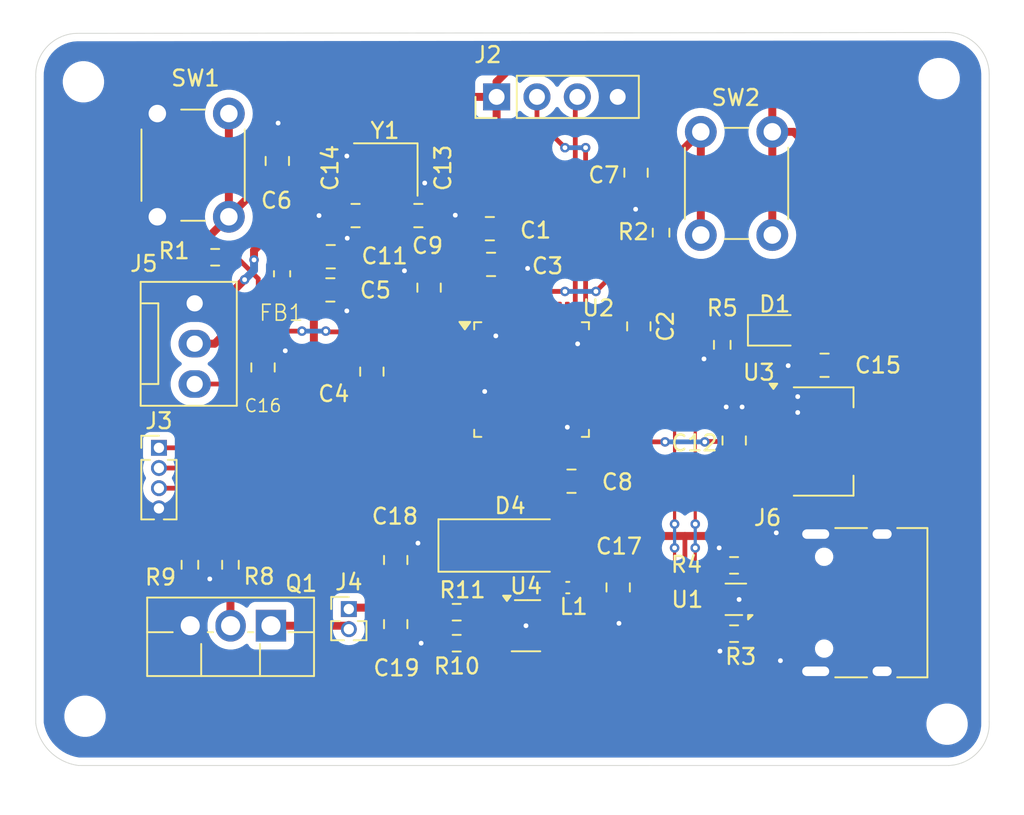
<source format=kicad_pcb>
(kicad_pcb (version 20240108) (generator "pcbnew") (generator_version "8.0")
  (layers (0 "F.Cu" signal) (31 "B.Cu" signal) (34 "B.Paste" user) (35 "F.Paste" user) (36 "B.SilkS" user "B.Silkscreen") (37 "F.SilkS" user "F.Silkscreen") (38 "B.Mask" user) (39 "F.Mask" user) (44 "Edge.Cuts" user))
  (net 0 "")
  (net 1 "GND")
  (net 2 "+3.3V")
  (net 3 "Net-(C6-Pad2)")
  (net 4 "Net-(C7-Pad2)")
  (net 5 "+5V")
  (net 6 "Net-(U2-PD0)")
  (net 7 "Net-(U2-PD1)")
  (net 8 "Net-(J5-Pin_3)")
  (net 9 "Net-(D4-K)")
  (net 10 "Net-(U4-FB)")
  (net 11 "/PWR_LED_K")
  (net 12 "Net-(D4-A)")
  (net 13 "/SWCLK")
  (net 14 "/SWDIO")
  (net 15 "/R")
  (net 16 "/B")
  (net 17 "/G")
  (net 18 "Net-(J4-Pin_2)")
  (net 19 "Net-(J6-D+-PadA6)")
  (net 21 "Net-(J6-D--PadA7)")
  (net 22 "Net-(J6-CC1)")
  (net 24 "Net-(J6-CC2)")
  (net 25 "Net-(Q1-G)")
  (net 26 "Net-(U2-NRST)")
  (net 27 "Net-(U2-BOOT0)")
  (net 28 "PB0")
  (net 29 "/USB_D-")
  (net 30 "/USB_D+")
  (net 58 "+3.3VA")
  (footprint "Capacitor_SMD:C_0805_2012Metric_Pad1.18x1.45mm_HandSolder" (layer "F.Cu") (at 144.21406 70.765)
    (property "Reference" "C11")
    (property "Value" "1u" (hide yes))
  )
  (footprint "Capacitor_SMD:C_0805_2012Metric_Pad1.18x1.45mm_HandSolder" (layer "F.Cu") (at 140.85156 64.7375 -90)
    (property "Reference" "C6")
    (property "Value" "0.1u" (hide yes))
  )
  (footprint "Resistor_SMD:R_0603_1608Metric_Pad0.98x0.95mm_HandSolder" (layer "F.Cu") (at 169.59406 90.2)
    (property "Reference" "R4")
    (property "Value" "15k" (hide yes))
  )
  (footprint "Resistor_SMD:R_0603_1608Metric_Pad0.98x0.95mm_HandSolder" (layer "F.Cu") (at 136.93906 70.8)
    (property "Reference" "R1")
    (property "Value" "10k" (hide yes))
  )
  (footprint "Capacitor_SMD:C_0805_2012Metric_Pad1.18x1.45mm_HandSolder" (layer "F.Cu") (at 145.77656 68.175 180)
    (property "Reference" "C14")
    (property "Value" "10p" (hide yes))
  )
  (footprint "Resistor_SMD:R_0603_1608Metric_Pad0.98x0.95mm_HandSolder" (layer "F.Cu") (at 152.13906 93.15 180)
    (property "Reference" "R11")
    (property "Value" "47k" (hide yes))
  )
  (footprint "Connector_PinHeader_1.27mm:PinHeader_1x04_P1.27mm_Vertical" (layer "F.Cu") (at 133.40156 82.8)
    (property "Reference" "J3")
    (property "Value" "RGB LED")
  )
  (footprint "Capacitor_SMD:C_0805_2012Metric_Pad1.18x1.45mm_HandSolder" (layer "F.Cu") (at 148.30156 89.8625 90)
    (property "Reference" "C18")
    (property "Value" "22u" (hide yes))
  )
  (footprint "Package_TO_SOT_SMD:SOT-23-6_Handsoldering" (layer "F.Cu") (at 156.5 94)
    (property "Reference" "U4")
    (property "Value" "MT3608")
  )
  (footprint "Capacitor_SMD:C_0805_2012Metric_Pad1.18x1.45mm_HandSolder" (layer "F.Cu") (at 154.22656 69)
    (property "Reference" "C1")
    (property "Value" "100n" (hide yes))
  )
  (footprint "MountingHole:MountingHole_2.1mm" (layer "F.Cu") (at 183 100.2)
    (property "Reference" "H4" (hide yes))
    (property "Value" "MountingHole" (hide yes))
  )
  (footprint "Resistor_SMD:R_0603_1608Metric_Pad0.98x0.95mm_HandSolder" (layer "F.Cu") (at 168.85156 76.3125 -90)
    (property "Reference" "R5")
    (property "Value" "1k5" (hide yes))
  )
  (footprint "Capacitor_SMD:C_0805_2012Metric_Pad1.18x1.45mm_HandSolder" (layer "F.Cu") (at 150.40156 72.7125 90)
    (property "Reference" "C9")
    (property "Value" "100n" (hide yes))
  )
  (footprint "Diode_SMD:D_SMA_Handsoldering" (layer "F.Cu") (at 155.50156 88.95)
    (property "Reference" "D4")
    (property "Value" ">30V, >2A" (hide yes))
  )
  (footprint "Capacitor_SMD:C_0805_2012Metric_Pad1.18x1.45mm_HandSolder" (layer "F.Cu") (at 148.30156 93.9 -90)
    (property "Reference" "C19")
    (property "Value" "22u" (hide yes))
  )
  (footprint "Crystal:Crystal_SMD_3225-4Pin_3.2x2.5mm" (layer "F.Cu") (at 147.67656 65.275 180)
    (property "Reference" "Y1")
    (property "Value" "16MHz" (hide yes))
  )
  (footprint "Capacitor_SMD:C_0805_2012Metric_Pad1.18x1.45mm_HandSolder" (layer "F.Cu") (at 175.28906 77.6 180)
    (property "Reference" "C15")
    (property "Value" "22u" (hide yes))
  )
  (footprint "Connector_PinHeader_2.54mm:PinHeader_1x04_P2.54mm_Vertical" (layer "F.Cu") (at 154.65156 60.7 90)
    (property "Reference" "J2")
    (property "Value" "SWL")
  )
  (footprint "Inductor_SMD:L_0603_1608Metric_Pad1.05x0.95mm_HandSolder" (layer "F.Cu") (at 141.15156 71.84 90)
    (property "Reference" "FB1")
    (property "Value" "120R" (hide yes))
  )
  (footprint "LED_SMD:LED_0805_2012Metric" (layer "F.Cu") (at 172.15156 75.4)
    (property "Reference" "D1")
    (property "Value" "LED" (hide yes))
  )
  (footprint "Button_Switch_THT:SW_PUSH_6mm" (layer "F.Cu") (at 167.50156 69.4 90)
    (property "Reference" "SW2")
    (property "Value" "SW_Push" (hide yes))
  )
  (footprint "Package_TO_SOT_THT:TO-220F-3_Vertical" (layer "F.Cu") (at 140.45156 94 180)
    (property "Reference" "Q1")
    (property "Value" "NMOS" (hide yes))
  )
  (footprint "Resistor_SMD:R_0603_1608Metric_Pad0.98x0.95mm_HandSolder" (layer "F.Cu") (at 135.35156 90.1625 90)
    (property "Reference" "R9")
    (property "Value" "10k" (hide yes))
  )
  (footprint "Capacitor_SMD:C_0805_2012Metric_Pad1.18x1.45mm_HandSolder" (layer "F.Cu") (at 139.95156 77.7375 90)
    (property "Reference" "C16")
    (property "Value" "10n" (hide yes))
  )
  (footprint "Capacitor_SMD:C_0805_2012Metric_Pad1.18x1.45mm_HandSolder" (layer "F.Cu") (at 154.30156 71.25)
    (property "Reference" "C3")
    (property "Value" "4.7u" (hide yes))
  )
  (footprint "Capacitor_SMD:C_0805_2012Metric_Pad1.18x1.45mm_HandSolder" (layer "F.Cu") (at 163.60156 75.15 -90)
    (property "Reference" "C2")
    (property "Value" "100n" (hide yes))
  )
  (footprint "Resistor_SMD:R_0603_1608Metric_Pad0.98x0.95mm_HandSolder" (layer "F.Cu") (at 152.13906 95.1)
    (property "Reference" "R10")
    (property "Value" "10k" (hide yes))
  )
  (footprint "Connector:FanPinHeader_1x03_P2.54mm_Vertical" (layer "F.Cu") (at 135.65156 73.7 -90)
    (property "Reference" "J5")
    (property "Value" "Water Level Sensor" (hide yes))
  )
  (footprint "Capacitor_SMD:C_0805_2012Metric_Pad1.18x1.45mm_HandSolder" (layer "F.Cu") (at 144.18906 72.855)
    (property "Reference" "C5")
    (property "Value" "1u" (hide yes))
  )
  (footprint "Connector_USB:USB_C_Receptacle_HRO_TYPE-C-31-M-12" (layer "F.Cu") (at 177.86156 92.55 90)
    (property "Reference" "J6")
    (property "Value" "USB_C_Receptacle_USB2.0_16P" (hide yes))
  )
  (footprint "Capacitor_SMD:C_0805_2012Metric_Pad1.18x1.45mm_HandSolder" (layer "F.Cu") (at 162.30156 91.5875 -90)
    (property "Reference" "C17")
    (property "Value" "22u" (hide yes))
  )
  (footprint "MountingHole:MountingHole_2.1mm" (layer "F.Cu") (at 128.75 99.7)
    (property "Reference" "H3" (hide yes))
    (property "Value" "MountingHole" (hide yes))
  )
  (footprint "Capacitor_SMD:C_0805_2012Metric_Pad1.18x1.45mm_HandSolder" (layer "F.Cu") (at 146.80156 78 90)
    (property "Reference" "C4")
    (property "Value" "10n" (hide yes))
  )
  (footprint "Capacitor_SMD:C_0805_2012Metric_Pad1.18x1.45mm_HandSolder" (layer "F.Cu") (at 159.36406 84.9 180)
    (property "Reference" "C8")
    (property "Value" "100n" (hide yes))
  )
  (footprint "Capacitor_SMD:C_0805_2012Metric_Pad1.18x1.45mm_HandSolder" (layer "F.Cu") (at 163.425 65.475 90)
    (property "Reference" "C7")
    (property "Value" "0.1u" (hide yes))
  )
  (footprint "Resistor_SMD:R_0603_1608Metric_Pad0.98x0.95mm_HandSolder" (layer "F.Cu") (at 165.00156 69.25 -90)
    (property "Reference" "R2")
    (property "Value" "10k" (hide yes))
  )
  (footprint "Button_Switch_THT:SW_PUSH_6mm" (layer "F.Cu") (at 137.80156 61.75 -90)
    (property "Reference" "SW1")
    (property "Value" "SW_Push" (hide yes))
  )
  (footprint "Package_TO_SOT_SMD:SOT-223-3_TabPin2" (layer "F.Cu") (at 175.20156 82.4)
    (property "Reference" "U3")
    (property "Value" "AMS1117-3.3" (hide yes))
  )
  (footprint "MountingHole:MountingHole_2.1mm" (layer "F.Cu") (at 128.65 59.75)
    (property "Reference" "H1" (hide yes))
    (property "Value" "MountingHole" (hide yes))
  )
  (footprint "Inductor_SMD:L_0402_1005Metric_Pad0.77x0.64mm_HandSolder" (layer "F.Cu") (at 159.12906 91.6 180)
    (property "Reference" "L1")
    (property "Value" "10u" (hide yes))
  )
  (footprint "Capacitor_SMD:C_0805_2012Metric_Pad1.18x1.45mm_HandSolder" (layer "F.Cu") (at 149.72656 68.175)
    (property "Reference" "C13")
    (property "Value" "10p" (hide yes))
  )
  (footprint "Connector_PinHeader_1.27mm:PinHeader_1x02_P1.27mm_Vertical" (layer "F.Cu") (at 145.35156 92.95)
    (property "Reference" "J4")
    (property "Value" "Water Atomizer" (hide yes))
  )
  (footprint "Resistor_SMD:R_0603_1608Metric_Pad0.98x0.95mm_HandSolder" (layer "F.Cu") (at 137.90156 90.1625 90)
    (property "Reference" "R8")
    (property "Value" "120" (hide yes))
  )
  (footprint "Resistor_SMD:R_0603_1608Metric_Pad0.98x0.95mm_HandSolder" (layer "F.Cu") (at 169.59406 94.5)
    (property "Reference" "R3")
    (property "Value" "15k" (hide yes))
  )
  (footprint "Package_TO_SOT_SMD:SOT-666" (layer "F.Cu") (at 169.70656 92.3375 180)
    (property "Reference" "U1")
    (property "Value" "USBLC6-2P6" (hide yes))
  )
  (footprint "Package_QFP:LQFP-48_7x7mm_P0.5mm" (layer "F.Cu") (at 156.85156 78.5)
    (property "Reference" "U2")
    (property "Value" "STM32F103C8Tx" (hide yes))
  )
  (footprint "Capacitor_SMD:C_0805_2012Metric_Pad1.18x1.45mm_HandSolder" (layer "F.Cu") (at 169.60156 82.3375 90)
    (property "Reference" "C12")
    (property "Value" "22u" (hide yes))
  )
  (footprint "MountingHole:MountingHole_2.1mm" (layer "F.Cu") (at 182.5 59.55)
    (property "Reference" "H2" (hide yes))
    (property "Value" "MountingHole" (hide yes))
  )
  (gr_arc (start 185.65143 100.049946) (mid 184.945575 101.954115) (end 183.1 102.801431) (stroke (width 0.05)) (layer "Edge.Cuts"))
  (gr_line (start 128.35 102.8) (end 183.101431 102.800899) (stroke (width 0.05)) (layer "Edge.Cuts"))
  (gr_arc (start 128.343278 102.800975) (mid 126.550639 101.928604) (end 125.65 100.15) (stroke (width 0.05)) (layer "Edge.Cuts"))
  (gr_line (start 125.65 59.45) (end 125.65 100.15) (stroke (width 0.05)) (layer "Edge.Cuts"))
  (gr_arc (start 125.65 59.45) (mid 126.372857 57.528292) (end 128.250899 56.698569) (stroke (width 0.05)) (layer "Edge.Cuts"))
  (gr_line (start 185.651431 59.250899) (end 185.65 100.05) (stroke (width 0.05)) (layer "Edge.Cuts"))
  (gr_line (start 128.250899 56.698569) (end 182.9 56.65) (stroke (width 0.05)) (layer "Edge.Cuts"))
  (gr_arc (start 182.9 56.65) (mid 184.821708 57.372857) (end 185.651431 59.250899) (stroke (width 0.05)) (layer "Edge.Cuts"))
  (segment (start 135.35156 93.98) (end 135.37156 94) (width 0.5) (layer "F.Cu") (net 1))
  (segment (start 152.02656 68.175) (end 152.05156 68.15) (width 0.3) (layer "F.Cu") (net 1))
  (segment (start 168.85156 77.225) (end 167.72656 77.225) (width 0.2) (layer "F.Cu") (net 1))
  (segment (start 163.425 67.75) (end 163.4 67.775) (width 0.5) (layer "F.Cu") (net 1))
  (segment (start 161.01406 76.25) (end 161.00156 76.25) (width 0.3) (layer "F.Cu") (net 1))
  (segment (start 168.68156 94.5) (end 168.68156 95.575) (width 0.3) (layer "F.Cu") (net 1))
  (segment (start 136.57656 91.03) (end 136.60156 91.055) (width 0.3) (layer "F.Cu") (net 1))
  (segment (start 152.68906 79.25) (end 153.90156 79.25) (width 0.3) (layer "F.Cu") (net 1))
  (segment (start 168.68156 95.575) (end 168.70656 95.6) (width 0.3) (layer "F.Cu") (net 1))
  (segment (start 155.33906 69.825) (end 155.26406 69.75) (width 0.5) (layer "F.Cu") (net 1))
  (segment (start 135.35156 91.03) (end 136.57656 91.03) (width 0.3) (layer "F.Cu") (net 1))
  (segment (start 172.91156 95.8) (end 173.81656 95.8) (width 0.5) (layer "F.Cu") (net 1))
  (segment (start 154.60156 74.3375) (end 154.60156 75.75) (width 0.3) (layer "F.Cu") (net 1))
  (segment (start 168.68156 90.2) (end 168.68156 89.125) (width 0.3) (layer "F.Cu") (net 1))
  (segment (start 168.68156 89.125) (end 168.65656 89.1) (width 0.3) (layer "F.Cu") (net 1))
  (segment (start 161.00156 76.25) (end 159.75156 76.25) (width 0.3) (layer "F.Cu") (net 1))
  (segment (start 155.33906 72) (end 155.33906 69.825) (width 0.5) (layer "F.Cu") (net 1))
  (segment (start 162.30156 93.8) (end 162.35156 93.85) (width 0.3) (layer "F.Cu") (net 1))
  (segment (start 151.22656 95.1) (end 149.90156 95.1) (width 0.5) (layer "F.Cu") (net 1))
  (segment (start 145.25156 69.6) (end 145.25156 70.765) (width 0.3) (layer "F.Cu") (net 1))
  (segment (start 158.75468 83.85) (end 158.75156 83.85) (width 0.3) (layer "F.Cu") (net 1))
  (segment (start 163.425 66.5125) (end 163.425 67.75) (width 0.5) (layer "F.Cu") (net 1))
  (segment (start 163.53906 76.25) (end 161.01406 76.25) (width 0.3) (layer "F.Cu") (net 1))
  (segment (start 158.32656 84.275) (end 158.32656 84.9) (width 0.3) (layer "F.Cu") (net 1))
  (segment (start 173.81656 89.3) (end 173.40156 89.3) (width 0.3) (layer "F.Cu") (net 1))
  (segment (start 154.60156 73.49688) (end 155.33906 72.75938) (width 0.3) (layer "F.Cu") (net 1))
  (segment (start 158.75156 83.85) (end 158.32656 84.275) (width 0.3) (layer "F.Cu") (net 1))
  (segment (start 139.95156 76.7) (end 141.33906 76.7) (width 0.3) (layer "F.Cu") (net 1))
  (segment (start 172.51156 96.2) (end 172.91156 95.8) (width 0.5) (layer "F.Cu") (net 1))
  (segment (start 167.72656 77.225) (end 167.70156 77.2) (width 0.2) (layer "F.Cu") (net 1))
  (segment (start 159.10156 82.6625) (end 159.10156 83.50312) (width 0.3) (layer "F.Cu") (net 1))
  (segment (start 159.10156 82.6625) (end 159.10156 81.5) (width 0.3) (layer "F.Cu") (net 1))
  (segment (start 154.60156 74.3375) (end 154.60156 73.49688) (width 0.3) (layer "F.Cu") (net 1))
  (segment (start 149.67656 88.825) (end 149.70156 88.8) (width 0.5) (layer "F.Cu") (net 1))
  (segment (start 146.57656 64.425) (end 145.22656 64.425) (width 0.3) (layer "F.Cu") (net 1))
  (segment (start 152.68906 79.25) (end 150.55156 79.25) (width 0.3) (layer "F.Cu") (net 1))
  (segment (start 163.60156 76.1875) (end 163.53906 76.25) (width 0.3) (layer "F.Cu") (net 1))
  (segment (start 140.85156 63.7) (end 140.85156 62.4) (width 0.3) (layer "F.Cu") (net 1))
  (segment (start 150.40156 71.675) (end 148.87656 71.675) (width 0.3) (layer "F.Cu") (net 1))
  (segment (start 141.33906 76.7) (end 141.35156 76.6875) (width 0.3) (layer "F.Cu") (net 1))
  (segment (start 170.63156 92.3375) (end 169.92406 92.3375) (width 0.3) (layer "F.Cu") (net 1))
  (segment (start 155.33906 72.75938) (end 155.33906 72) (width 0.3) (layer "F.Cu") (net 1))
  (segment (start 145.22656 74.17344) (end 145.225 74.175) (width 0.3) (layer "F.Cu") (net 1))
  (segment (start 144.73906 68.175) (end 143.47656 68.175) (width 0.3) (layer "F.Cu") (net 1))
  (segment (start 169.92406 92.3375) (end 169.91156 92.35) (width 0.3) (layer "F.Cu") (net 1))
  (segment (start 150.55156 79.25) (end 148.26406 76.9625) (width 0.3) (layer "F.Cu") (net 1))
  (segment (start 145.22656 72.855) (end 145.22656 74.17344) (width 0.3) (layer "F.Cu") (net 1))
  (segment (start 162.30156 92.625) (end 162.30156 93.8) (width 0.3) (layer "F.Cu") (net 1))
  (segment (start 155.33906 71.5) (end 156.60156 71.5) (width 0.3) (layer "F.Cu") (net 1))
  (segment (start 140.85156 62.4) (end 140.90156 62.35) (width 0.3) (layer "F.Cu") (net 1))
  (segment (start 150.76406 68.175) (end 152.02656 68.175) (width 0.3) (layer "F.Cu") (net 1))
  (segment (start 173.40156 89.3) (end 172.25156 88.15) (width 0.3) (layer "F.Cu") (net 1))
  (segment (start 148.87656 71.675) (end 148.85156 71.65) (width 0.3) (layer "F.Cu") (net 1))
  (segment (start 148.26406 76.9625) (end 146.80156 76.9625) (width 0.3) (layer "F.Cu") (net 1))
  (segment (start 156.5 94) (end 155.15 94) (width 0.5) (layer "F.Cu") (net 1))
  (segment (start 148.77656 66.125) (end 150.12656 66.125) (width 0.3) (layer "F.Cu") (net 1))
  (segment (start 148.30156 88.825) (end 149.67656 88.825) (width 0.5) (layer "F.Cu") (net 1))
  (segment (start 159.10156 83.50312) (end 158.75468 83.85) (width 0.3) (layer "F.Cu") (net 1))
  (via (at 149.90156 95.1) (size 0.6) (drill 0.3) (layers "F.Cu" "B.Cu") (net 1))
  (via (at 159.10156 81.5) (size 0.6) (drill 0.3) (layers "F.Cu" "B.Cu") (net 1))
  (via (at 143.47656 68.175) (size 0.6) (drill 0.3) (layers "F.Cu" "B.Cu") (net 1))
  (via (at 169.91156 92.35) (size 0.6) (drill 0.3) (layers "F.Cu" "B.Cu") (net 1))
  (via (at 163.4 67.775) (size 0.6) (drill 0.3) (layers "F.Cu" "B.Cu") (net 1))
  (via (at 149.70156 88.8) (size 0.6) (drill 0.3) (layers "F.Cu" "B.Cu") (net 1))
  (via (at 156.5 94) (size 0.6) (drill 0.3) (layers "F.Cu" "B.Cu") (net 1))
  (via (at 159.75156 76.25) (size 0.6) (drill 0.3) (layers "F.Cu" "B.Cu") (net 1))
  (via (at 145.225 74.175) (size 0.6) (drill 0.3) (layers "F.Cu" "B.Cu") (net 1))
  (via (at 150.12656 66.125) (size 0.6) (drill 0.3) (layers "F.Cu" "B.Cu") (net 1))
  (via (at 173.6 79.575) (size 0.6) (drill 0.3) (layers "F.Cu" "B.Cu") (net 1))
  (via (at 156.60156 71.5) (size 0.6) (drill 0.3) (layers "F.Cu" "B.Cu") (net 1))
  (via (at 173.6 80.575) (size 0.6) (drill 0.3) (layers "F.Cu" "B.Cu") (net 1))
  (via (at 168.65656 89.1) (size 0.6) (drill 0.3) (layers "F.Cu" "B.Cu") (net 1))
  (via (at 172.51156 96.2) (size 0.6) (drill 0.3) (layers "F.Cu" "B.Cu") (net 1))
  (via (at 148.85156 71.65) (size 0.6) (drill 0.3) (layers "F.Cu" "B.Cu") (net 1))
  (via (at 169.1 80.225) (size 0.6) (drill 0.3) (layers "F.Cu" "B.Cu") (net 1))
  (via (at 167.70156 77.2) (size 0.6) (drill 0.3) (layers "F.Cu" "B.Cu") (net 1))
  (via (at 173 77.625) (size 0.6) (drill 0.3) (layers "F.Cu" "B.Cu") (net 1))
  (via (at 141.35156 76.6875) (size 0.6) (drill 0.3) (layers "F.Cu" "B.Cu") (net 1))
  (via (at 170.1 80.225) (size 0.6) (drill 0.3) (layers "F.Cu" "B.Cu") (net 1))
  (via (at 145.25156 69.6) (size 0.6) (drill 0.3) (layers "F.Cu" "B.Cu") (net 1))
  (via (at 145.22656 64.425) (size 0.6) (drill 0.3) (layers "F.Cu" "B.Cu") (net 1))
  (via (at 153.90156 79.25) (size 0.6) (drill 0.3) (layers "F.Cu" "B.Cu") (net 1))
  (via (at 152.05156 68.15) (size 0.6) (drill 0.3) (layers "F.Cu" "B.Cu") (net 1))
  (via (at 168.70656 95.6) (size 0.6) (drill 0.3) (layers "F.Cu" "B.Cu") (net 1))
  (via (at 154.60156 75.75) (size 0.6) (drill 0.3) (layers "F.Cu" "B.Cu") (net 1))
  (via (at 136.60156 91.055) (size 0.6) (drill 0.3) (layers "F.Cu" "B.Cu") (net 1))
  (via (at 172.25156 88.15) (size 0.6) (drill 0.3) (layers "F.Cu" "B.Cu") (net 1))
  (via (at 162.35156 93.85) (size 0.6) (drill 0.3) (layers "F.Cu" "B.Cu") (net 1))
  (via (at 140.90156 62.35) (size 0.6) (drill 0.3) (layers "F.Cu" "B.Cu") (net 1))
  (segment (start 176.32656 76.525) (end 175.20156 75.4) (width 0.5) (layer "F.Cu") (net 2))
  (segment (start 154.65156 59.75) (end 154.65156 60.7) (width 0.5) (layer "F.Cu") (net 2))
  (segment (start 143.17656 70.765) (end 143.17656 68.925) (width 0.5) (layer "F.Cu") (net 2))
  (segment (start 153.26406 75.175) (end 152.68906 75.75) (width 0.3) (layer "F.Cu") (net 2))
  (segment (start 160.40156 84.2) (end 160.40156 84.9) (width 0.3) (layer "F.Cu") (net 2))
  (segment (start 155.70156 58.7) (end 154.65156 59.75) (width 0.5) (layer "F.Cu") (net 2))
  (segment (start 142.70156 63.35) (end 145.35156 60.7) (width 0.5) (layer "F.Cu") (net 2))
  (segment (start 139.38618 70.36538) (end 139.38618 70.96538) (width 0.5) (layer "F.Cu") (net 2))
  (segment (start 176.5 74.10156) (end 176.5 73.09844) (width 0.5) (layer "F.Cu") (net 2))
  (segment (start 174.25156 63.8) (end 173.35156 62.9) (width 0.5) (layer "F.Cu") (net 2))
  (segment (start 176.5 73.09844) (end 175.20156 71.8) (width 0.5) (layer "F.Cu") (net 2))
  (segment (start 174.50156 72.5) (end 164 72.5) (width 0.5) (layer "F.Cu") (net 2))
  (segment (start 159.60156 83.4) (end 160.40156 84.2) (width 0.3) (layer "F.Cu") (net 2))
  (segment (start 162.325 75.425) (end 162.325 74.2875) (width 0.2) (layer "F.Cu") (net 2))
  (segment (start 153.26406 71.25) (end 153.26406 72.7625) (width 0.3) (layer "F.Cu") (net 2))
  (segment (start 175.20156 71.8) (end 174.50156 72.5) (width 0.5) (layer "F.Cu") (net 2))
  (segment (start 175.20156 75.4) (end 176.5 74.10156) (width 0.5) (layer "F.Cu") (net 2))
  (segment (start 162.325 74.2875) (end 162.5 74.1125) (width 0.2) (layer "F.Cu") (net 2))
  (segment (start 172.05156 82.4) (end 167.77656 82.4) (width 0.3) (layer "F.Cu") (net 2))
  (segment (start 172.00156 62.9) (end 172.00156 69.4) (width 0.5) (layer "F.Cu") (net 2))
  (segment (start 150.40156 73.75) (end 152.25 73.75) (width 0.3) (layer "F.Cu") (net 2))
  (segment (start 175.20156 71.8) (end 175.20156 64.75) (width 0.5) (layer "F.Cu") (net 2))
  (segment (start 153.26406 71.25) (end 153.26406 69.825) (width 0.5) (layer "F.Cu") (net 2))
  (segment (start 163.60156 72.89844) (end 163.60156 74.1125) (width 0.5) (layer "F.Cu") (net 2))
  (segment (start 175.20156 75.4) (end 173.08906 75.4) (width 0.5) (layer "F.Cu") (net 2))
  (segment (start 159.60156 82.6625) (end 159.60156 83.4) (width 0.3) (layer "F.Cu") (net 2))
  (segment (start 169.70156 58.7) (end 155.70156 58.7) (width 0.5) (layer "F.Cu") (net 2))
  (segment (start 143.165899 68.925) (end 142.70156 68.460661) (width 0.5) (layer "F.Cu") (net 2))
  (segment (start 173.35156 62.9) (end 172.00156 62.9) (width 0.5) (layer "F.Cu") (net 2))
  (segment (start 141.290899 68.460661) (end 140.10156 69.65) (width 0.5) (layer "F.Cu") (net 2))
  (segment (start 137.65156 75.5) (end 136.91156 76.24) (width 0.5) (layer "F.Cu") (net 2))
  (segment (start 153.18906 68.1125) (end 154.65156 66.65) (width 0.5) (layer "F.Cu") (net 2))
  (segment (start 167.77656 82.4) (end 167.75156 82.425) (width 0.3) (layer "F.Cu") (net 2))
  (segment (start 154.10156 73.6) (end 154.10156 74.3375) (width 0.3) (layer "F.Cu") (net 2))
  (segment (start 153.26406 72.7625) (end 154.10156 73.6) (width 0.3) (layer "F.Cu") (net 2))
  (segment (start 162.125 82.425) (end 160.40156 84.14844) (width 0.3) (layer "F.Cu") (net 2))
  (segment (start 154.65156 66.65) (end 154.65156 60.7) (width 0.5) (layer "F.Cu") (net 2))
  (segment (start 160.40156 84.14844) (end 160.40156 84.9) (width 0.3) (layer "F.Cu") (net 2))
  (segment (start 152.25 73.75) (end 153.2375 72.7625) (width 0.3) (layer "F.Cu") (net 2))
  (segment (start 161.01406 75.75) (end 162 75.75) (width 0.2) (layer "F.Cu") (net 2))
  (segment (start 138.79194 72.20962) (end 137.65156 73.35) (width 0.5) (layer "F.Cu") (net 2))
  (segment (start 140.10156 69.65) (end 139.38618 70.36538) (width 0.5) (layer "F.Cu") (net 2))
  (segment (start 142.97656 70.965) (end 143.17656 70.765) (width 0.3) (layer "F.Cu") (net 2))
  (segment (start 153.2375 72.7625) (end 153.26406 72.7625) (width 0.3) (layer "F.Cu") (net 2))
  (segment (start 175.20156 64.75) (end 174.25156 63.8) (width 0.5) (layer "F.Cu") (net 2))
  (segment (start 143.17656 68.925) (end 143.165899 68.925) (width 0.5) (layer "F.Cu") (net 2))
  (segment (start 142.70156 68.460661) (end 142.70156 63.35) (width 0.5) (layer "F.Cu") (net 2))
  (segment (start 145.35156 60.7) (end 154.65156 60.7) (width 0.5) (layer "F.Cu") (net 2))
  (segment (start 172.00156 61) (end 169.70156 58.7) (width 0.5) (layer "F.Cu") (net 2))
  (segment (start 141.15156 70.965) (end 142.97656 70.965) (width 0.3) (layer "F.Cu") (net 2))
  (segment (start 176.32656 77.6) (end 176.32656 76.525) (width 0.5) (layer "F.Cu") (net 2))
  (segment (start 162.5 74.1125) (end 163.60156 74.1125) (width 0.2) (layer "F.Cu") (net 2))
  (segment (start 142.70156 68.460661) (end 141.290899 68.460661) (width 0.5) (layer "F.Cu") (net 2))
  (segment (start 172.00156 62.9) (end 172.00156 61) (width 0.5) (layer "F.Cu") (net 2))
  (segment (start 165.25156 82.425) (end 162.125 82.425) (width 0.3) (layer "F.Cu") (net 2))
  (segment (start 153.26406 71.25) (end 153.26406 75.175) (width 0.3) (layer "F.Cu") (net 2))
  (segment (start 164 72.5) (end 163.60156 72.89844) (width 0.5) (layer "F.Cu") (net 2))
  (segment (start 153.26406 69.825) (end 153.18906 69.75) (width 0.5) (layer "F.Cu") (net 2))
  (segment (start 162 75.75) (end 162.325 75.425) (width 0.2) (layer "F.Cu") (net 2))
  (segment (start 153.18906 69.75) (end 153.18906 68.1125) (width 0.5) (layer "F.Cu") (net 2))
  (segment (start 137.65156 73.35) (end 137.65156 75.5) (width 0.5) (layer "F.Cu") (net 2))
  (segment (start 136.91156 76.24) (end 135.65156 76.24) (width 0.5) (layer "F.Cu") (net 2))
  (via (at 139.38618 70.96538) (size 0.6) (drill 0.3) (layers "F.Cu" "B.Cu") (net 2))
  (via (at 167.75156 82.425) (size 0.6) (drill 0.3) (layers "F.Cu" "B.Cu") (net 2))
  (via (at 165.25156 82.425) (size 0.6) (drill 0.3) (layers "F.Cu" "B.Cu") (net 2))
  (via (at 138.79194 72.20962) (size 0.6) (drill 0.3) (layers "F.Cu" "B.Cu") (net 2))
  (segment (start 167.75156 82.425) (end 165.25156 82.425) (width 0.3) (layer "B.Cu") (net 2))
  (segment (start 139.38618 71.61538) (end 138.79194 72.20962) (width 0.5) (layer "B.Cu") (net 2))
  (segment (start 139.38618 70.96538) (end 139.38618 71.61538) (width 0.5) (layer "B.Cu") (net 2))
  (segment (start 136.02656 70.025) (end 136.02656 70.8) (width 0.5) (layer "F.Cu") (net 3))
  (segment (start 137.80156 68.25) (end 136.02656 70.025) (width 0.5) (layer "F.Cu") (net 3))
  (segment (start 140.27656 65.775) (end 140.85156 65.775) (width 0.5) (layer "F.Cu") (net 3))
  (segment (start 137.80156 68.25) (end 137.80156 61.75) (width 0.5) (layer "F.Cu") (net 3))
  (segment (start 137.80156 68.25) (end 140.27656 65.775) (width 0.5) (layer "F.Cu") (net 3))
  (segment (start 163.425 64.4375) (end 164.03906 64.4375) (width 0.5) (layer "F.Cu") (net 4))
  (segment (start 164.03906 64.4375) (end 165.00156 65.4) (width 0.5) (layer "F.Cu") (net 4))
  (segment (start 167.50156 62.9) (end 167.50156 69.4) (width 0.5) (layer "F.Cu") (net 4))
  (segment (start 165.00156 65.4) (end 167.50156 62.9) (width 0.5) (layer "F.Cu") (net 4))
  (segment (start 165.00156 68.3375) (end 165.00156 65.4) (width 0.5) (layer "F.Cu") (net 4))
  (segment (start 160.70156 91.85) (end 160.45156 91.6) (width 0.5) (layer "F.Cu") (net 5))
  (segment (start 157.85 94) (end 160.05156 94) (width 0.5) (layer "F.Cu") (net 5))
  (segment (start 159.10156 94.95) (end 160.05156 94) (width 0.5) (layer "F.Cu") (net 5))
  (segment (start 172.85156 90.1) (end 173.81656 90.1) (width 0.5) (layer "F.Cu") (net 5))
  (segment (start 160.45156 91.6) (end 159.70156 91.6) (width 0.5) (layer "F.Cu") (net 5))
  (segment (start 168.78156 92.3375) (end 168.456561 92.3375) (width 0.3) (layer "F.Cu") (net 5))
  (segment (start 168.456561 92.3375) (end 166.50156 90.382499) (width 0.3) (layer "F.Cu") (net 5))
  (segment (start 161.50156 90.55) (end 160.45156 91.6) (width 0.5) (layer "F.Cu") (net 5))
  (segment (start 169.60156 88.35) (end 171.10156 88.35) (width 0.5) (layer "F.Cu") (net 5))
  (segment (start 175.60656 93.905) (end 174.51156 95) (width 0.3) (layer "F.Cu") (net 5))
  (segment (start 164.50156 88.35) (end 166.50156 88.35) (width 0.5) (layer "F.Cu") (net 5))
  (segment (start 160.05156 94) (end 160.70156 93.35) (width 0.5) (layer "F.Cu") (net 5))
  (segment (start 166.50156 90.382499) (end 166.50156 88.35) (width 0.3) (layer "F.Cu") (net 5))
  (segment (start 169.60156 83.375) (end 169.60156 88.35) (width 0.5) (layer "F.Cu") (net 5))
  (segment (start 175.60656 91.030305) (end 175.60656 93.905) (width 0.3) (layer "F.Cu") (net 5))
  (segment (start 173.81656 90.1) (end 174.676255 90.1) (width 0.3) (layer "F.Cu") (net 5))
  (segment (start 166.50156 88.35) (end 169.60156 88.35) (width 0.5) (layer "F.Cu") (net 5))
  (segment (start 171.10156 88.35) (end 172.85156 90.1) (width 0.5) (layer "F.Cu") (net 5))
  (segment (start 174.676255 90.1) (end 175.60656 91.030305) (width 0.3) (layer "F.Cu") (net 5))
  (segment (start 174.51156 95) (end 173.81656 95) (width 0.3) (layer "F.Cu") (net 5))
  (segment (start 160.70156 93.35) (end 160.70156 91.85) (width 0.5) (layer "F.Cu") (net 5))
  (segment (start 162.30156 90.55) (end 161.50156 90.55) (width 0.5) (layer "F.Cu") (net 5))
  (segment (start 157.85 94.95) (end 159.10156 94.95) (width 0.5) (layer "F.Cu") (net 5))
  (segment (start 162.30156 90.55) (end 164.50156 88.35) (width 0.5) (layer "F.Cu") (net 5))
  (segment (start 151.20156 77.75) (end 152.68906 77.75) (width 0.3) (layer "F.Cu") (net 6))
  (segment (start 147.92656 74.475) (end 151.20156 77.75) (width 0.3) (layer "F.Cu") (net 6))
  (segment (start 147.72656 67.2125) (end 148.68906 68.175) (width 0.3) (layer "F.Cu") (net 6))
  (segment (start 148.68906 68.175) (end 148.68906 68.9625) (width 0.3) (layer "F.Cu") (net 6))
  (segment (start 148.77656 64.425) (end 148.67656 64.425) (width 0.3) (layer "F.Cu") (net 6))
  (segment (start 147.92656 69.725) (end 147.92656 74.475) (width 0.3) (layer "F.Cu") (net 6))
  (segment (start 147.72656 65.375) (end 147.72656 67.2125) (width 0.3) (layer "F.Cu") (net 6))
  (segment (start 148.68906 68.9625) (end 147.92656 69.725) (width 0.3) (layer "F.Cu") (net 6))
  (segment (start 148.67656 64.425) (end 147.72656 65.375) (width 0.3) (layer "F.Cu") (net 6))
  (segment (start 146.81406 68.175) (end 146.81406 69.2625) (width 0.3) (layer "F.Cu") (net 7))
  (segment (start 146.57656 66.125) (end 146.57656 67.9375) (width 0.3) (layer "F.Cu") (net 7))
  (segment (start 150.994454 78.25) (end 152.68906 78.25) (width 0.3) (layer "F.Cu") (net 7))
  (segment (start 146.81406 69.2625) (end 147.42656 69.875) (width 0.3) (layer "F.Cu") (net 7))
  (segment (start 147.42656 69.875) (end 147.42656 74.682106) (width 0.3) (layer "F.Cu") (net 7))
  (segment (start 147.42656 74.682106) (end 150.994454 78.25) (width 0.3) (layer "F.Cu") (net 7))
  (segment (start 146.57656 67.9375) (end 146.81406 68.175) (width 0.3) (layer "F.Cu") (net 7))
  (segment (start 141.62656 78.775) (end 139.95156 78.775) (width 0.3) (layer "F.Cu") (net 8))
  (segment (start 139.94656 78.78) (end 139.95156 78.775) (width 0.3) (layer "F.Cu") (net 8))
  (segment (start 152.68906 80.25) (end 143.10156 80.25) (width 0.3) (layer "F.Cu") (net 8))
  (segment (start 143.10156 80.25) (end 141.62656 78.775) (width 0.3) (layer "F.Cu") (net 8))
  (segment (start 135.65156 78.78) (end 139.94656 78.78) (width 0.3) (layer "F.Cu") (net 8))
  (segment (start 148.30156 92.8625) (end 150.93906 92.8625) (width 0.5) (layer "F.Cu") (net 9))
  (segment (start 150.50156 89.6) (end 150.50156 92.425) (width 0.5) (layer "F.Cu") (net 9))
  (segment (start 148.30156 90.9) (end 148.30156 92.8625) (width 0.5) (layer "F.Cu") (net 9))
  (segment (start 150.93906 92.8625) (end 151.22656 93.15) (width 0.5) (layer "F.Cu") (net 9))
  (segment (start 150.50156 92.425) (end 151.22656 93.15) (width 0.5) (layer "F.Cu") (net 9))
  (segment (start 145.43906 92.8625) (end 145.35156 92.95) (width 0.5) (layer "F.Cu") (net 9))
  (segment (start 153.00156 88.95) (end 151.15156 88.95) (width 0.5) (layer "F.Cu") (net 9))
  (segment (start 148.30156 92.8625) (end 145.43906 92.8625) (width 0.5) (layer "F.Cu") (net 9))
  (segment (start 151.15156 88.95) (end 150.50156 89.6) (width 0.5) (layer "F.Cu") (net 9))
  (segment (start 149.06406 94.175) (end 148.30156 94.9375) (width 0.5) (layer "F.Cu") (net 10))
  (segment (start 153.05156 93.15) (end 153.05156 95.1) (width 0.5) (layer "F.Cu") (net 10))
  (segment (start 153.05156 93.15) (end 152.02656 94.175) (width 0.5) (layer "F.Cu") (net 10))
  (segment (start 152.02656 94.175) (end 149.06406 94.175) (width 0.5) (layer "F.Cu") (net 10))
  (segment (start 155.15 94.95) (end 153.20156 94.95) (width 0.3) (layer "F.Cu") (net 10))
  (segment (start 153.20156 94.95) (end 153.05156 95.1) (width 0.3) (layer "F.Cu") (net 10))
  (segment (start 168.85156 75.4) (end 171.21406 75.4) (width 0.3) (layer "F.Cu") (net 11))
  (segment (start 156.6 91.6) (end 155.15 93.05) (width 0.5) (layer "F.Cu") (net 12))
  (segment (start 158.55656 91.6) (end 156.6 91.6) (width 0.5) (layer "F.Cu") (net 12))
  (segment (start 158.55656 91.6) (end 158.55656 91.405) (width 0.5) (layer "F.Cu") (net 12))
  (segment (start 158.55656 91.405) (end 158.00156 90.85) (width 0.5) (layer "F.Cu") (net 12))
  (segment (start 158.00156 90.85) (end 158.00156 88.95) (width 0.5) (layer "F.Cu") (net 12))
  (segment (start 159.60156 60.83) (end 159.73156 60.7) (width 0.3) (layer "F.Cu") (net 13))
  (segment (start 159.60156 74.3375) (end 159.60156 60.83) (width 0.3) (layer "F.Cu") (net 13))
  (segment (start 157.19156 62.14) (end 157.19156 60.7) (width 0.3) (layer "F.Cu") (net 14))
  (segment (start 159.10156 75.85) (end 159.10156 76.559619) (width 0.3) (layer "F.Cu") (net 14))
  (segment (start 160.02344 76.9) (end 160.17344 76.75) (width 0.3) (layer "F.Cu") (net 14))
  (segment (start 160.25156 63.9) (end 160.25156 75.05) (width 0.3) (layer "F.Cu") (net 14))
  (segment (start 160.17344 76.75) (end 161.01406 76.75) (width 0.3) (layer "F.Cu") (net 14))
  (segment (start 159.35156 75.6) (end 159.10156 75.85) (width 0.3) (layer "F.Cu") (net 14))
  (segment (start 159.441941 76.9) (end 160.02344 76.9) (width 0.3) (layer "F.Cu") (net 14))
  (segment (start 159.70156 75.6) (end 159.35156 75.6) (width 0.3) (layer "F.Cu") (net 14))
  (segment (start 158.95156 63.9) (end 157.19156 62.14) (width 0.3) (layer "F.Cu") (net 14))
  (segment (start 159.10156 76.559619) (end 159.441941 76.9) (width 0.3) (layer "F.Cu") (net 14))
  (segment (start 160.25156 75.05) (end 159.70156 75.6) (width 0.3) (layer "F.Cu") (net 14))
  (via (at 160.25156 63.9) (size 0.6) (drill 0.3) (layers "F.Cu" "B.Cu") (net 14))
  (via (at 158.95156 63.9) (size 0.6) (drill 0.3) (layers "F.Cu" "B.Cu") (net 14))
  (segment (start 160.25156 63.9) (end 158.95156 63.9) (width 0.3) (layer "B.Cu") (net 14))
  (segment (start 152.68906 80.75) (end 140.15156 80.75) (width 0.3) (layer "F.Cu") (net 15))
  (segment (start 140.15156 80.75) (end 138.10156 82.8) (width 0.3) (layer "F.Cu") (net 15))
  (segment (start 138.10156 82.8) (end 133.40156 82.8) (width 0.3) (layer "F.Cu") (net 15))
  (segment (start 154.10156 82.6625) (end 140.58906 82.6625) (width 0.3) (layer "F.Cu") (net 16))
  (segment (start 137.91156 85.34) (end 133.40156 85.34) (width 0.3) (layer "F.Cu") (net 16))
  (segment (start 140.58906 82.6625) (end 137.91156 85.34) (width 0.3) (layer "F.Cu") (net 16))
  (segment (start 152.68906 81.25) (end 151.90156 81.25) (width 0.3) (layer "F.Cu") (net 17))
  (segment (start 137.93156 84.07) (end 133.40156 84.07) (width 0.3) (layer "F.Cu") (net 17))
  (segment (start 151.50156 81.65) (end 140.35156 81.65) (width 0.3) (layer "F.Cu") (net 17))
  (segment (start 151.90156 81.25) (end 151.50156 81.65) (width 0.3) (layer "F.Cu") (net 17))
  (segment (start 140.35156 81.65) (end 137.93156 84.07) (width 0.3) (layer "F.Cu") (net 17))
  (segment (start 140.45156 94) (end 145.30156 94) (width 0.5) (layer "F.Cu") (net 18))
  (segment (start 145.30156 94) (end 145.35156 93.95) (width 0.5) (layer "F.Cu") (net 18))
  (segment (start 173.81656 91.8) (end 170.55656 91.8) (width 0.3) (layer "F.Cu") (net 19))
  (segment (start 175.10656 92) (end 174.90656 91.8) (width 0.3) (layer "F.Cu") (net 19))
  (segment (start 173.81656 92.8) (end 174.92406 92.8) (width 0.3) (layer "F.Cu") (net 19))
  (segment (start 175.10656 92.6175) (end 175.10656 92) (width 0.3) (layer "F.Cu") (net 19))
  (segment (start 174.92406 92.8) (end 175.10656 92.6175) (width 0.3) (layer "F.Cu") (net 19))
  (segment (start 174.90656 91.8) (end 173.81656 91.8) (width 0.3) (layer "F.Cu") (net 19))
  (segment (start 172.50656 93.3) (end 172.25656 93.05) (width 0.3) (layer "F.Cu") (net 21))
  (segment (start 172.25656 93.05) (end 172.25656 92.8) (width 0.3) (layer "F.Cu") (net 21))
  (segment (start 172.45656 92.3) (end 173.81656 92.3) (width 0.3) (layer "F.Cu") (net 21))
  (segment (start 172.25656 92.5) (end 172.45656 92.3) (width 0.3) (layer "F.Cu") (net 21))
  (segment (start 173.81656 93.3) (end 172.50656 93.3) (width 0.3) (layer "F.Cu") (net 21))
  (segment (start 172.25656 92.8) (end 172.25656 92.5) (width 0.3) (layer "F.Cu") (net 21))
  (segment (start 172.18156 92.875) (end 170.55656 92.875) (width 0.3) (layer "F.Cu") (net 21))
  (segment (start 172.25656 92.8) (end 172.18156 92.875) (width 0.3) (layer "F.Cu") (net 21))
  (segment (start 172.60656 93.8) (end 171.90656 94.5) (width 0.3) (layer "F.Cu") (net 22))
  (segment (start 171.90656 94.5) (end 170.50656 94.5) (width 0.3) (layer "F.Cu") (net 22))
  (segment (start 173.81656 93.8) (end 172.60656 93.8) (width 0.3) (layer "F.Cu") (net 22))
  (segment (start 172.55656 90.8) (end 171.95656 90.2) (width 0.3) (layer "F.Cu") (net 24))
  (segment (start 171.95656 90.2) (end 170.50656 90.2) (width 0.3) (layer "F.Cu") (net 24))
  (segment (start 173.81656 90.8) (end 172.55656 90.8) (width 0.3) (layer "F.Cu") (net 24))
  (segment (start 137.90156 93.99) (end 137.91156 94) (width 0.5) (layer "F.Cu") (net 25))
  (segment (start 137.90156 91.075) (end 137.90156 93.99) (width 0.5) (layer "F.Cu") (net 25))
  (segment (start 143.95156 75.5) (end 143.90156 75.45) (width 0.3) (layer "F.Cu") (net 26))
  (segment (start 139.65156 72.15) (end 138.30156 70.8) (width 0.3) (layer "F.Cu") (net 26))
  (segment (start 138.30156 70.8) (end 137.85156 70.8) (width 0.3) (layer "F.Cu") (net 26))
  (segment (start 152.68906 78.75) (end 150.787347 78.75) (width 0.3) (layer "F.Cu") (net 26))
  (segment (start 139.65156 73.8) (end 139.65156 72.15) (width 0.3) (layer "F.Cu") (net 26))
  (segment (start 150.787347 78.75) (end 147.537347 75.5) (width 0.3) (layer "F.Cu") (net 26))
  (segment (start 142.40156 75.45) (end 141.30156 75.45) (width 0.3) (layer "F.Cu") (net 26))
  (segment (start 147.537347 75.5) (end 143.95156 75.5) (width 0.3) (layer "F.Cu") (net 26))
  (segment (start 141.30156 75.45) (end 139.65156 73.8) (width 0.3) (layer "F.Cu") (net 26))
  (via (at 143.90156 75.45) (size 0.6) (drill 0.3) (layers "F.Cu" "B.Cu") (net 26))
  (via (at 142.40156 75.45) (size 0.6) (drill 0.3) (layers "F.Cu" "B.Cu") (net 26))
  (segment (start 143.90156 75.45) (end 142.40156 75.45) (width 0.3) (layer "B.Cu") (net 26))
  (segment (start 163.68906 70.1625) (end 165.00156 70.1625) (width 0.3) (layer "F.Cu") (net 27))
  (segment (start 156.10156 74.3375) (end 156.10156 73.49688) (width 0.3) (layer "F.Cu") (net 27))
  (segment (start 156.64844 72.95) (end 158.95156 72.95) (width 0.3) (layer "F.Cu") (net 27))
  (segment (start 156.10156 73.49688) (end 156.64844 72.95) (width 0.3) (layer "F.Cu") (net 27))
  (segment (start 160.90156 72.95) (end 163.68906 70.1625) (width 0.3) (layer "F.Cu") (net 27))
  (via (at 160.90156 72.95) (size 0.6) (drill 0.3) (layers "F.Cu" "B.Cu") (net 27))
  (via (at 158.95156 72.95) (size 0.6) (drill 0.3) (layers "F.Cu" "B.Cu") (net 27))
  (segment (start 158.95156 72.95) (end 160.90156 72.95) (width 0.3) (layer "B.Cu") (net 27))
  (segment (start 156.60156 82.6625) (end 156.60156 83.50312) (width 0.3) (layer "F.Cu") (net 28))
  (segment (start 138.70156 85.9) (end 140.65156 83.95) (width 0.3) (layer "F.Cu") (net 28))
  (segment (start 156.60156 83.50312) (end 156.15468 83.95) (width 0.3) (layer "F.Cu") (net 28))
  (segment (start 135.35156 86.75) (end 136.20156 85.9) (width 0.3) (layer "F.Cu") (net 28))
  (segment (start 136.20156 85.9) (end 138.70156 85.9) (width 0.3) (layer "F.Cu") (net 28))
  (segment (start 140.65156 83.95) (end 156.15468 83.95) (width 0.3) (layer "F.Cu") (net 28))
  (segment (start 135.35156 89.25) (end 135.35156 86.75) (width 0.3) (layer "F.Cu") (net 28))
  (segment (start 137.90156 89.25) (end 137.90156 86.7) (width 0.3) (layer "F.Cu") (net 28))
  (segment (start 137.90156 86.7) (end 138.70156 85.9) (width 0.3) (layer "F.Cu") (net 28))
  (segment (start 162.25156 77.75) (end 161.01406 77.75) (width 0.2) (layer "F.Cu") (net 29))
  (segment (start 165.85156 81.35) (end 162.25156 77.75) (width 0.2) (layer "F.Cu") (net 29))
  (segment (start 168.85656 92.875) (end 167.37656 92.875) (width 0.2) (layer "F.Cu") (net 29))
  (segment (start 167.37656 92.875) (end 165.85156 91.35) (width 0.2) (layer "F.Cu") (net 29))
  (segment (start 165.85156 91.35) (end 165.85156 89.1) (width 0.2) (layer "F.Cu") (net 29))
  (segment (start 165.85156 87.6) (end 165.85156 81.35) (width 0.2) (layer "F.Cu") (net 29))
  (via (at 165.85156 87.6) (size 0.6) (drill 0.3) (layers "F.Cu" "B.Cu") (net 29))
  (via (at 165.85156 89.1) (size 0.6) (drill 0.3) (layers "F.Cu" "B.Cu") (net 29))
  (segment (start 165.85156 89.1) (end 165.85156 87.6) (width 0.2) (layer "B.Cu") (net 29))
  (segment (start 162.70156 77.25) (end 161.01406 77.25) (width 0.2) (layer "F.Cu") (net 30))
  (segment (start 167.15156 81.7) (end 162.70156 77.25) (width 0.2) (layer "F.Cu") (net 30))
  (segment (start 168.85656 91.8) (end 167.15156 90.095) (width 0.2) (layer "F.Cu") (net 30))
  (segment (start 167.15156 87.6) (end 167.15156 81.7) (width 0.2) (layer "F.Cu") (net 30))
  (segment (start 167.15156 90.095) (end 167.15156 89.1) (width 0.2) (layer "F.Cu") (net 30))
  (via (at 167.15156 89.1) (size 0.6) (drill 0.3) (layers "F.Cu" "B.Cu") (net 30))
  (via (at 167.15156 87.6) (size 0.6) (drill 0.3) (layers "F.Cu" "B.Cu") (net 30))
  (segment (start 167.15156 89.1) (end 167.15156 87.6) (width 0.2) (layer "B.Cu") (net 30))
  (segment (start 143.01156 72.715) (end 143.15156 72.855) (width 0.3) (layer "F.Cu") (net 58))
  (segment (start 143.15156 76.55) (end 145.63906 79.0375) (width 0.5) (layer "F.Cu") (net 58))
  (segment (start 149.631954 79.0375) (end 146.80156 79.0375) (width 0.3) (layer "F.Cu") (net 58))
  (segment (start 146.78906 79.05) (end 146.80156 79.0375) (width 0.5) (layer "F.Cu") (net 58))
  (segment (start 143.17656 72.83) (end 143.15156 72.855) (width 0.5) (layer "F.Cu") (net 58))
  (segment (start 145.63906 79.0375) (end 146.80156 79.0375) (width 0.5) (layer "F.Cu") (net 58))
  (segment (start 141.29156 72.855) (end 141.15156 72.715) (width 0.3) (layer "F.Cu") (net 58))
  (segment (start 143.15156 72.855) (end 141.29156 72.855) (width 0.3) (layer "F.Cu") (net 58))
  (segment (start 150.344454 79.75) (end 149.631954 79.0375) (width 0.3) (layer "F.Cu") (net 58))
  (segment (start 143.15156 72.855) (end 143.15156 76.55) (width 0.5) (layer "F.Cu") (net 58))
  (segment (start 152.68906 79.75) (end 150.344454 79.75) (width 0.3) (layer "F.Cu") (net 58))
  (zone (net 5) (net_name "+5V") (layer "F.Cu") (priority 2) (connect_pads yes (clearance 0.5)) (min_thickness 0.25) (fill yes (thermal_gap 0.5) (thermal_bridge_width 0.5))
    (polygon (pts (xy 169.025 82.675) (xy 168.725 82.9) (xy 168.725 83.85) (xy 169.025 84.15) (xy 170.275 84.15) (xy 170.925 84.475) (xy 170.925 85.25) (xy 171.2 85.575) (xy 172.925 85.575) (xy 173.2 85.25) (xy 173.2 84.1) (xy 173 83.825) (xy 170.875 83.825) (xy 170.45 83.625) (xy 170.45 83.05) (xy 170.225 82.675)))
  )
  (zone (net 1) (net_name "GND") (layer "F.Cu") (priority 1) (connect_pads yes (clearance 0.5)) (min_thickness 0.25) (fill yes (thermal_gap 0.5) (thermal_bridge_width 0.5))
    (polygon (pts (xy 169.1 79.475) (xy 168.675 79.825) (xy 168.7 81.75) (xy 168.9 82.05) (xy 170.25 82.05) (xy 170.7 81.6) (xy 170.7 81.2) (xy 172.95 81.2) (xy 174.075 80.85) (xy 174.075 79.05) (xy 174.35 78.875) (xy 174.65 78.7) (xy 175.05 78.35) (xy 175.05 76.9) (xy 174.75 76.55) (xy 173.6 76.55) (xy 172.55 76.9) (xy 172.55 78.35) (xy 172.15 78.65) (xy 171.05 78.65) (xy 170.65 79.05) (xy 170.425 79.225) (xy 170.1 79.475)))
  )
  (zone (net 2) (net_name "+3.3V") (layer "F.Cu") (priority 3) (connect_pads yes (clearance 0.3)) (min_thickness 0.25) (fill yes (thermal_gap 0.5) (thermal_bridge_width 0.5))
    (polygon (pts (xy 171.125 83.1) (xy 171.25 83.25) (xy 173.6 83.25) (xy 175.1 84.7) (xy 179.2 84.7) (xy 179.8 84.05) (xy 179.8 80.85) (xy 179.2 80.05) (xy 178 80.05) (xy 177.45 79.8) (xy 177.45 77) (xy 176.95 76.55) (xy 175.8 76.55) (xy 175.3 76.85) (xy 175.25 81.05) (xy 174.9 81.4) (xy 171.325 81.475) (xy 170.95 81.9) (xy 170.975 82.9)))
  )
  (zone (net 1) (net_name "GND") (layer "B.Cu") (connect_pads yes (clearance 0.5)) (min_thickness 0.25) (fill yes (thermal_gap 0.5) (thermal_bridge_width 0.5))
    (polygon (pts (xy 123.55 54.6) (xy 187.85 54.7) (xy 187.7 105.25) (xy 123.4 105.95)))
  )
)
</source>
